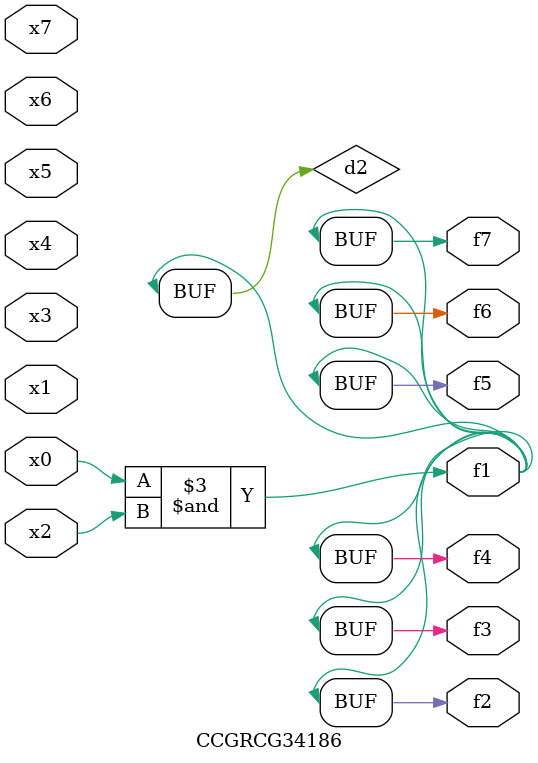
<source format=v>
module CCGRCG34186(
	input x0, x1, x2, x3, x4, x5, x6, x7,
	output f1, f2, f3, f4, f5, f6, f7
);

	wire d1, d2;

	nor (d1, x3, x6);
	and (d2, x0, x2);
	assign f1 = d2;
	assign f2 = d2;
	assign f3 = d2;
	assign f4 = d2;
	assign f5 = d2;
	assign f6 = d2;
	assign f7 = d2;
endmodule

</source>
